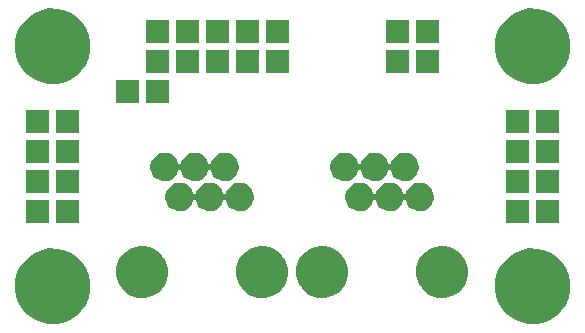
<source format=gbr>
G04 #@! TF.GenerationSoftware,KiCad,Pcbnew,no-vcs-found-7409~56~ubuntu16.04.1*
G04 #@! TF.CreationDate,2017-01-02T13:20:13+01:00*
G04 #@! TF.ProjectId,RJ12V01A,524A3132563031412E6B696361645F70,REV*
G04 #@! TF.FileFunction,Soldermask,Top*
G04 #@! TF.FilePolarity,Negative*
%FSLAX46Y46*%
G04 Gerber Fmt 4.6, Leading zero omitted, Abs format (unit mm)*
G04 Created by KiCad (PCBNEW no-vcs-found-7409~56~ubuntu16.04.1) date Mon Jan  2 13:20:13 2017*
%MOMM*%
%LPD*%
G01*
G04 APERTURE LIST*
%ADD10C,0.150000*%
G04 APERTURE END LIST*
D10*
G36*
X5416110Y8277872D02*
X6030848Y8151685D01*
X6609363Y7908500D01*
X7129631Y7557574D01*
X7571824Y7112283D01*
X7919105Y6589582D01*
X8158249Y6009378D01*
X8280004Y5394466D01*
X8280004Y5394449D01*
X8280137Y5393776D01*
X8270128Y4676993D01*
X8269977Y4676330D01*
X8269977Y4676306D01*
X8131099Y4065032D01*
X7875851Y3491739D01*
X7514107Y2978933D01*
X7059653Y2546162D01*
X6529787Y2209900D01*
X5944712Y1982964D01*
X5326688Y1873989D01*
X4699273Y1887132D01*
X4086359Y2021890D01*
X3511293Y2273129D01*
X2995980Y2631282D01*
X2560044Y3082706D01*
X2220093Y3610208D01*
X1989075Y4193693D01*
X1875790Y4810936D01*
X1884551Y5438424D01*
X2015027Y6052266D01*
X2262248Y6629075D01*
X2616795Y7146877D01*
X3065163Y7585952D01*
X3590276Y7929576D01*
X4172132Y8164661D01*
X4788571Y8282254D01*
X5416110Y8277872D01*
X5416110Y8277872D01*
G37*
G36*
X46056110Y8277872D02*
X46670848Y8151685D01*
X47249363Y7908500D01*
X47769631Y7557574D01*
X48211824Y7112283D01*
X48559105Y6589582D01*
X48798249Y6009378D01*
X48920004Y5394466D01*
X48920004Y5394449D01*
X48920137Y5393776D01*
X48910128Y4676993D01*
X48909977Y4676330D01*
X48909977Y4676306D01*
X48771099Y4065032D01*
X48515851Y3491739D01*
X48154107Y2978933D01*
X47699653Y2546162D01*
X47169787Y2209900D01*
X46584712Y1982964D01*
X45966688Y1873989D01*
X45339273Y1887132D01*
X44726359Y2021890D01*
X44151293Y2273129D01*
X43635980Y2631282D01*
X43200044Y3082706D01*
X42860093Y3610208D01*
X42629075Y4193693D01*
X42515790Y4810936D01*
X42524551Y5438424D01*
X42655027Y6052266D01*
X42902248Y6629075D01*
X43256795Y7146877D01*
X43705163Y7585952D01*
X44230276Y7929576D01*
X44812132Y8164661D01*
X45428571Y8282254D01*
X46056110Y8277872D01*
X46056110Y8277872D01*
G37*
G36*
X38280276Y8485038D02*
X38702909Y8398285D01*
X39100638Y8231095D01*
X39458323Y7989834D01*
X39762331Y7683696D01*
X40001086Y7324339D01*
X40165498Y6925448D01*
X40249162Y6502911D01*
X40249162Y6502889D01*
X40249294Y6502221D01*
X40242413Y6009433D01*
X40242262Y6008770D01*
X40242262Y6008746D01*
X40146833Y5588713D01*
X39971346Y5194563D01*
X39722652Y4842018D01*
X39410213Y4544485D01*
X39045928Y4313304D01*
X38643691Y4157286D01*
X38218798Y4082365D01*
X37787450Y4091402D01*
X37366071Y4184048D01*
X36970713Y4356775D01*
X36616435Y4603005D01*
X36316729Y4913359D01*
X36083012Y5276018D01*
X35924187Y5677164D01*
X35846303Y6101519D01*
X35852327Y6532916D01*
X35942029Y6954933D01*
X36111994Y7351491D01*
X36355745Y7707479D01*
X36663999Y8009344D01*
X37025013Y8245585D01*
X37425039Y8407206D01*
X37848842Y8488051D01*
X38280276Y8485038D01*
X38280276Y8485038D01*
G37*
G36*
X12880276Y8485038D02*
X13302909Y8398285D01*
X13700638Y8231095D01*
X14058323Y7989834D01*
X14362331Y7683696D01*
X14601086Y7324339D01*
X14765498Y6925448D01*
X14849162Y6502911D01*
X14849162Y6502889D01*
X14849294Y6502221D01*
X14842413Y6009433D01*
X14842262Y6008770D01*
X14842262Y6008746D01*
X14746833Y5588713D01*
X14571346Y5194563D01*
X14322652Y4842018D01*
X14010213Y4544485D01*
X13645928Y4313304D01*
X13243691Y4157286D01*
X12818798Y4082365D01*
X12387450Y4091402D01*
X11966071Y4184048D01*
X11570713Y4356775D01*
X11216435Y4603005D01*
X10916729Y4913359D01*
X10683012Y5276018D01*
X10524187Y5677164D01*
X10446303Y6101519D01*
X10452327Y6532916D01*
X10542029Y6954933D01*
X10711994Y7351491D01*
X10955745Y7707479D01*
X11263999Y8009344D01*
X11625013Y8245585D01*
X12025039Y8407206D01*
X12448842Y8488051D01*
X12880276Y8485038D01*
X12880276Y8485038D01*
G37*
G36*
X23040276Y8485038D02*
X23462909Y8398285D01*
X23860638Y8231095D01*
X24218323Y7989834D01*
X24522331Y7683696D01*
X24761086Y7324339D01*
X24925498Y6925448D01*
X25009162Y6502911D01*
X25009162Y6502889D01*
X25009294Y6502221D01*
X25002413Y6009433D01*
X25002262Y6008770D01*
X25002262Y6008746D01*
X24906833Y5588713D01*
X24731346Y5194563D01*
X24482652Y4842018D01*
X24170213Y4544485D01*
X23805928Y4313304D01*
X23403691Y4157286D01*
X22978798Y4082365D01*
X22547450Y4091402D01*
X22126071Y4184048D01*
X21730713Y4356775D01*
X21376435Y4603005D01*
X21076729Y4913359D01*
X20843012Y5276018D01*
X20684187Y5677164D01*
X20606303Y6101519D01*
X20612327Y6532916D01*
X20702029Y6954933D01*
X20871994Y7351491D01*
X21115745Y7707479D01*
X21423999Y8009344D01*
X21785013Y8245585D01*
X22185039Y8407206D01*
X22608842Y8488051D01*
X23040276Y8485038D01*
X23040276Y8485038D01*
G37*
G36*
X28120276Y8485038D02*
X28542909Y8398285D01*
X28940638Y8231095D01*
X29298323Y7989834D01*
X29602331Y7683696D01*
X29841086Y7324339D01*
X30005498Y6925448D01*
X30089162Y6502911D01*
X30089162Y6502889D01*
X30089294Y6502221D01*
X30082413Y6009433D01*
X30082262Y6008770D01*
X30082262Y6008746D01*
X29986833Y5588713D01*
X29811346Y5194563D01*
X29562652Y4842018D01*
X29250213Y4544485D01*
X28885928Y4313304D01*
X28483691Y4157286D01*
X28058798Y4082365D01*
X27627450Y4091402D01*
X27206071Y4184048D01*
X26810713Y4356775D01*
X26456435Y4603005D01*
X26156729Y4913359D01*
X25923012Y5276018D01*
X25764187Y5677164D01*
X25686303Y6101519D01*
X25692327Y6532916D01*
X25782029Y6954933D01*
X25951994Y7351491D01*
X26195745Y7707479D01*
X26503999Y8009344D01*
X26865013Y8245585D01*
X27265039Y8407206D01*
X27688842Y8488051D01*
X28120276Y8485038D01*
X28120276Y8485038D01*
G37*
G36*
X47952000Y10468000D02*
X46028000Y10468000D01*
X46028000Y12392000D01*
X47952000Y12392000D01*
X47952000Y10468000D01*
X47952000Y10468000D01*
G37*
G36*
X45412000Y10468000D02*
X43488000Y10468000D01*
X43488000Y12392000D01*
X45412000Y12392000D01*
X45412000Y10468000D01*
X45412000Y10468000D01*
G37*
G36*
X7312000Y10468000D02*
X5388000Y10468000D01*
X5388000Y12392000D01*
X7312000Y12392000D01*
X7312000Y10468000D01*
X7312000Y10468000D01*
G37*
G36*
X4772000Y10468000D02*
X2848000Y10468000D01*
X2848000Y12392000D01*
X4772000Y12392000D01*
X4772000Y10468000D01*
X4772000Y10468000D01*
G37*
G36*
X21025241Y13845704D02*
X21255770Y13798384D01*
X21472712Y13707190D01*
X21667815Y13575592D01*
X21833636Y13408609D01*
X21963866Y13212596D01*
X22053547Y12995014D01*
X22099119Y12764859D01*
X22099119Y12764834D01*
X22099251Y12764166D01*
X22095498Y12495372D01*
X22095347Y12494709D01*
X22095347Y12494685D01*
X22043364Y12265888D01*
X21947645Y12050897D01*
X21811994Y11858600D01*
X21641572Y11696309D01*
X21442869Y11570209D01*
X21223470Y11485109D01*
X20991707Y11444243D01*
X20756426Y11449172D01*
X20526585Y11499705D01*
X20310934Y11593921D01*
X20117691Y11728228D01*
X19954215Y11897513D01*
X19826733Y12095327D01*
X19740099Y12314137D01*
X19727155Y12384666D01*
X19721744Y12403508D01*
X19712760Y12420931D01*
X19700550Y12436268D01*
X19685582Y12448928D01*
X19668433Y12458424D01*
X19649760Y12464392D01*
X19630282Y12466603D01*
X19610746Y12464971D01*
X19591904Y12459560D01*
X19574481Y12450576D01*
X19559144Y12438366D01*
X19546484Y12423398D01*
X19536988Y12406249D01*
X19531283Y12388769D01*
X19503364Y12265888D01*
X19407645Y12050897D01*
X19271994Y11858600D01*
X19101572Y11696309D01*
X18902869Y11570209D01*
X18683470Y11485109D01*
X18451707Y11444243D01*
X18216426Y11449172D01*
X17986585Y11499705D01*
X17770934Y11593921D01*
X17577691Y11728228D01*
X17414215Y11897513D01*
X17286733Y12095327D01*
X17200099Y12314137D01*
X17187155Y12384666D01*
X17181744Y12403508D01*
X17172760Y12420931D01*
X17160550Y12436268D01*
X17145582Y12448928D01*
X17128433Y12458424D01*
X17109760Y12464392D01*
X17090282Y12466603D01*
X17070746Y12464971D01*
X17051904Y12459560D01*
X17034481Y12450576D01*
X17019144Y12438366D01*
X17006484Y12423398D01*
X16996988Y12406249D01*
X16991283Y12388769D01*
X16963364Y12265888D01*
X16867645Y12050897D01*
X16731994Y11858600D01*
X16561572Y11696309D01*
X16362869Y11570209D01*
X16143470Y11485109D01*
X15911707Y11444243D01*
X15676426Y11449172D01*
X15446585Y11499705D01*
X15230934Y11593921D01*
X15037691Y11728228D01*
X14874215Y11897513D01*
X14746733Y12095327D01*
X14660099Y12314137D01*
X14617618Y12545600D01*
X14620904Y12780908D01*
X14669833Y13011100D01*
X14762541Y13227406D01*
X14895496Y13421581D01*
X15063633Y13586232D01*
X15260554Y13715094D01*
X15478747Y13803250D01*
X15709914Y13847348D01*
X15945241Y13845704D01*
X16175770Y13798384D01*
X16392712Y13707190D01*
X16587815Y13575592D01*
X16753636Y13408609D01*
X16883866Y13212596D01*
X16973545Y12995017D01*
X16991229Y12905708D01*
X16996904Y12886944D01*
X17006129Y12869647D01*
X17018552Y12854482D01*
X17033695Y12842033D01*
X17050976Y12832777D01*
X17069730Y12827070D01*
X17089237Y12825131D01*
X17108748Y12827035D01*
X17127512Y12832710D01*
X17144809Y12841935D01*
X17159974Y12854358D01*
X17172423Y12869501D01*
X17181679Y12886782D01*
X17187140Y12904339D01*
X17209834Y13011101D01*
X17302541Y13227406D01*
X17435496Y13421581D01*
X17603633Y13586232D01*
X17800554Y13715094D01*
X18018747Y13803250D01*
X18249914Y13847348D01*
X18485241Y13845704D01*
X18715770Y13798384D01*
X18932712Y13707190D01*
X19127815Y13575592D01*
X19293636Y13408609D01*
X19423866Y13212596D01*
X19513545Y12995017D01*
X19531229Y12905708D01*
X19536904Y12886944D01*
X19546129Y12869647D01*
X19558552Y12854482D01*
X19573695Y12842033D01*
X19590976Y12832777D01*
X19609730Y12827070D01*
X19629237Y12825131D01*
X19648748Y12827035D01*
X19667512Y12832710D01*
X19684809Y12841935D01*
X19699974Y12854358D01*
X19712423Y12869501D01*
X19721679Y12886782D01*
X19727140Y12904339D01*
X19749834Y13011101D01*
X19842541Y13227406D01*
X19975496Y13421581D01*
X20143633Y13586232D01*
X20340554Y13715094D01*
X20558747Y13803250D01*
X20789914Y13847348D01*
X21025241Y13845704D01*
X21025241Y13845704D01*
G37*
G36*
X36265241Y13845704D02*
X36495770Y13798384D01*
X36712712Y13707190D01*
X36907815Y13575592D01*
X37073636Y13408609D01*
X37203866Y13212596D01*
X37293547Y12995014D01*
X37339119Y12764859D01*
X37339119Y12764834D01*
X37339251Y12764166D01*
X37335498Y12495372D01*
X37335347Y12494709D01*
X37335347Y12494685D01*
X37283364Y12265888D01*
X37187645Y12050897D01*
X37051994Y11858600D01*
X36881572Y11696309D01*
X36682869Y11570209D01*
X36463470Y11485109D01*
X36231707Y11444243D01*
X35996426Y11449172D01*
X35766585Y11499705D01*
X35550934Y11593921D01*
X35357691Y11728228D01*
X35194215Y11897513D01*
X35066733Y12095327D01*
X34980099Y12314137D01*
X34967155Y12384666D01*
X34961744Y12403508D01*
X34952760Y12420931D01*
X34940550Y12436268D01*
X34925582Y12448928D01*
X34908433Y12458424D01*
X34889760Y12464392D01*
X34870282Y12466603D01*
X34850746Y12464971D01*
X34831904Y12459560D01*
X34814481Y12450576D01*
X34799144Y12438366D01*
X34786484Y12423398D01*
X34776988Y12406249D01*
X34771283Y12388769D01*
X34743364Y12265888D01*
X34647645Y12050897D01*
X34511994Y11858600D01*
X34341572Y11696309D01*
X34142869Y11570209D01*
X33923470Y11485109D01*
X33691707Y11444243D01*
X33456426Y11449172D01*
X33226585Y11499705D01*
X33010934Y11593921D01*
X32817691Y11728228D01*
X32654215Y11897513D01*
X32526733Y12095327D01*
X32440099Y12314137D01*
X32427155Y12384666D01*
X32421744Y12403508D01*
X32412760Y12420931D01*
X32400550Y12436268D01*
X32385582Y12448928D01*
X32368433Y12458424D01*
X32349760Y12464392D01*
X32330282Y12466603D01*
X32310746Y12464971D01*
X32291904Y12459560D01*
X32274481Y12450576D01*
X32259144Y12438366D01*
X32246484Y12423398D01*
X32236988Y12406249D01*
X32231283Y12388769D01*
X32203364Y12265888D01*
X32107645Y12050897D01*
X31971994Y11858600D01*
X31801572Y11696309D01*
X31602869Y11570209D01*
X31383470Y11485109D01*
X31151707Y11444243D01*
X30916426Y11449172D01*
X30686585Y11499705D01*
X30470934Y11593921D01*
X30277691Y11728228D01*
X30114215Y11897513D01*
X29986733Y12095327D01*
X29900099Y12314137D01*
X29857618Y12545600D01*
X29860904Y12780908D01*
X29909833Y13011100D01*
X30002541Y13227406D01*
X30135496Y13421581D01*
X30303633Y13586232D01*
X30500554Y13715094D01*
X30718747Y13803250D01*
X30949914Y13847348D01*
X31185241Y13845704D01*
X31415770Y13798384D01*
X31632712Y13707190D01*
X31827815Y13575592D01*
X31993636Y13408609D01*
X32123866Y13212596D01*
X32213545Y12995017D01*
X32231229Y12905708D01*
X32236904Y12886944D01*
X32246129Y12869647D01*
X32258552Y12854482D01*
X32273695Y12842033D01*
X32290976Y12832777D01*
X32309730Y12827070D01*
X32329237Y12825131D01*
X32348748Y12827035D01*
X32367512Y12832710D01*
X32384809Y12841935D01*
X32399974Y12854358D01*
X32412423Y12869501D01*
X32421679Y12886782D01*
X32427140Y12904339D01*
X32449834Y13011101D01*
X32542541Y13227406D01*
X32675496Y13421581D01*
X32843633Y13586232D01*
X33040554Y13715094D01*
X33258747Y13803250D01*
X33489914Y13847348D01*
X33725241Y13845704D01*
X33955770Y13798384D01*
X34172712Y13707190D01*
X34367815Y13575592D01*
X34533636Y13408609D01*
X34663866Y13212596D01*
X34753545Y12995017D01*
X34771229Y12905708D01*
X34776904Y12886944D01*
X34786129Y12869647D01*
X34798552Y12854482D01*
X34813695Y12842033D01*
X34830976Y12832777D01*
X34849730Y12827070D01*
X34869237Y12825131D01*
X34888748Y12827035D01*
X34907512Y12832710D01*
X34924809Y12841935D01*
X34939974Y12854358D01*
X34952423Y12869501D01*
X34961679Y12886782D01*
X34967140Y12904339D01*
X34989834Y13011101D01*
X35082541Y13227406D01*
X35215496Y13421581D01*
X35383633Y13586232D01*
X35580554Y13715094D01*
X35798747Y13803250D01*
X36029914Y13847348D01*
X36265241Y13845704D01*
X36265241Y13845704D01*
G37*
G36*
X45412000Y13008000D02*
X43488000Y13008000D01*
X43488000Y14932000D01*
X45412000Y14932000D01*
X45412000Y13008000D01*
X45412000Y13008000D01*
G37*
G36*
X47952000Y13008000D02*
X46028000Y13008000D01*
X46028000Y14932000D01*
X47952000Y14932000D01*
X47952000Y13008000D01*
X47952000Y13008000D01*
G37*
G36*
X7312000Y13008000D02*
X5388000Y13008000D01*
X5388000Y14932000D01*
X7312000Y14932000D01*
X7312000Y13008000D01*
X7312000Y13008000D01*
G37*
G36*
X4772000Y13008000D02*
X2848000Y13008000D01*
X2848000Y14932000D01*
X4772000Y14932000D01*
X4772000Y13008000D01*
X4772000Y13008000D01*
G37*
G36*
X19755241Y16385704D02*
X19985770Y16338384D01*
X20202712Y16247190D01*
X20397815Y16115592D01*
X20563636Y15948609D01*
X20693866Y15752596D01*
X20783547Y15535014D01*
X20829119Y15304859D01*
X20829119Y15304834D01*
X20829251Y15304166D01*
X20825498Y15035372D01*
X20825347Y15034709D01*
X20825347Y15034685D01*
X20773364Y14805888D01*
X20677645Y14590897D01*
X20541994Y14398600D01*
X20371572Y14236309D01*
X20172869Y14110209D01*
X19953470Y14025109D01*
X19721707Y13984243D01*
X19486426Y13989172D01*
X19256585Y14039705D01*
X19040934Y14133921D01*
X18847691Y14268228D01*
X18684215Y14437513D01*
X18556733Y14635327D01*
X18470099Y14854137D01*
X18457155Y14924666D01*
X18451744Y14943508D01*
X18442760Y14960931D01*
X18430550Y14976268D01*
X18415582Y14988928D01*
X18398433Y14998424D01*
X18379760Y15004392D01*
X18360282Y15006603D01*
X18340746Y15004971D01*
X18321904Y14999560D01*
X18304481Y14990576D01*
X18289144Y14978366D01*
X18276484Y14963398D01*
X18266988Y14946249D01*
X18261283Y14928769D01*
X18233364Y14805888D01*
X18137645Y14590897D01*
X18001994Y14398600D01*
X17831572Y14236309D01*
X17632869Y14110209D01*
X17413470Y14025109D01*
X17181707Y13984243D01*
X16946426Y13989172D01*
X16716585Y14039705D01*
X16500934Y14133921D01*
X16307691Y14268228D01*
X16144215Y14437513D01*
X16016733Y14635327D01*
X15930099Y14854137D01*
X15917155Y14924666D01*
X15911744Y14943508D01*
X15902760Y14960931D01*
X15890550Y14976268D01*
X15875582Y14988928D01*
X15858433Y14998424D01*
X15839760Y15004392D01*
X15820282Y15006603D01*
X15800746Y15004971D01*
X15781904Y14999560D01*
X15764481Y14990576D01*
X15749144Y14978366D01*
X15736484Y14963398D01*
X15726988Y14946249D01*
X15721283Y14928769D01*
X15693364Y14805888D01*
X15597645Y14590897D01*
X15461994Y14398600D01*
X15291572Y14236309D01*
X15092869Y14110209D01*
X14873470Y14025109D01*
X14641707Y13984243D01*
X14406426Y13989172D01*
X14176585Y14039705D01*
X13960934Y14133921D01*
X13767691Y14268228D01*
X13604215Y14437513D01*
X13476733Y14635327D01*
X13390099Y14854137D01*
X13347618Y15085600D01*
X13350904Y15320908D01*
X13399833Y15551100D01*
X13492541Y15767406D01*
X13625496Y15961581D01*
X13793633Y16126232D01*
X13990554Y16255094D01*
X14208747Y16343250D01*
X14439914Y16387348D01*
X14675241Y16385704D01*
X14905770Y16338384D01*
X15122712Y16247190D01*
X15317815Y16115592D01*
X15483636Y15948609D01*
X15613866Y15752596D01*
X15703545Y15535017D01*
X15721229Y15445708D01*
X15726904Y15426944D01*
X15736129Y15409647D01*
X15748552Y15394482D01*
X15763695Y15382033D01*
X15780976Y15372777D01*
X15799730Y15367070D01*
X15819237Y15365131D01*
X15838748Y15367035D01*
X15857512Y15372710D01*
X15874809Y15381935D01*
X15889974Y15394358D01*
X15902423Y15409501D01*
X15911679Y15426782D01*
X15917140Y15444339D01*
X15939834Y15551101D01*
X16032541Y15767406D01*
X16165496Y15961581D01*
X16333633Y16126232D01*
X16530554Y16255094D01*
X16748747Y16343250D01*
X16979914Y16387348D01*
X17215241Y16385704D01*
X17445770Y16338384D01*
X17662712Y16247190D01*
X17857815Y16115592D01*
X18023636Y15948609D01*
X18153866Y15752596D01*
X18243545Y15535017D01*
X18261229Y15445708D01*
X18266904Y15426944D01*
X18276129Y15409647D01*
X18288552Y15394482D01*
X18303695Y15382033D01*
X18320976Y15372777D01*
X18339730Y15367070D01*
X18359237Y15365131D01*
X18378748Y15367035D01*
X18397512Y15372710D01*
X18414809Y15381935D01*
X18429974Y15394358D01*
X18442423Y15409501D01*
X18451679Y15426782D01*
X18457140Y15444339D01*
X18479834Y15551101D01*
X18572541Y15767406D01*
X18705496Y15961581D01*
X18873633Y16126232D01*
X19070554Y16255094D01*
X19288747Y16343250D01*
X19519914Y16387348D01*
X19755241Y16385704D01*
X19755241Y16385704D01*
G37*
G36*
X34995241Y16385704D02*
X35225770Y16338384D01*
X35442712Y16247190D01*
X35637815Y16115592D01*
X35803636Y15948609D01*
X35933866Y15752596D01*
X36023547Y15535014D01*
X36069119Y15304859D01*
X36069119Y15304834D01*
X36069251Y15304166D01*
X36065498Y15035372D01*
X36065347Y15034709D01*
X36065347Y15034685D01*
X36013364Y14805888D01*
X35917645Y14590897D01*
X35781994Y14398600D01*
X35611572Y14236309D01*
X35412869Y14110209D01*
X35193470Y14025109D01*
X34961707Y13984243D01*
X34726426Y13989172D01*
X34496585Y14039705D01*
X34280934Y14133921D01*
X34087691Y14268228D01*
X33924215Y14437513D01*
X33796733Y14635327D01*
X33710099Y14854137D01*
X33697155Y14924666D01*
X33691744Y14943508D01*
X33682760Y14960931D01*
X33670550Y14976268D01*
X33655582Y14988928D01*
X33638433Y14998424D01*
X33619760Y15004392D01*
X33600282Y15006603D01*
X33580746Y15004971D01*
X33561904Y14999560D01*
X33544481Y14990576D01*
X33529144Y14978366D01*
X33516484Y14963398D01*
X33506988Y14946249D01*
X33501283Y14928769D01*
X33473364Y14805888D01*
X33377645Y14590897D01*
X33241994Y14398600D01*
X33071572Y14236309D01*
X32872869Y14110209D01*
X32653470Y14025109D01*
X32421707Y13984243D01*
X32186426Y13989172D01*
X31956585Y14039705D01*
X31740934Y14133921D01*
X31547691Y14268228D01*
X31384215Y14437513D01*
X31256733Y14635327D01*
X31170099Y14854137D01*
X31157155Y14924666D01*
X31151744Y14943508D01*
X31142760Y14960931D01*
X31130550Y14976268D01*
X31115582Y14988928D01*
X31098433Y14998424D01*
X31079760Y15004392D01*
X31060282Y15006603D01*
X31040746Y15004971D01*
X31021904Y14999560D01*
X31004481Y14990576D01*
X30989144Y14978366D01*
X30976484Y14963398D01*
X30966988Y14946249D01*
X30961283Y14928769D01*
X30933364Y14805888D01*
X30837645Y14590897D01*
X30701994Y14398600D01*
X30531572Y14236309D01*
X30332869Y14110209D01*
X30113470Y14025109D01*
X29881707Y13984243D01*
X29646426Y13989172D01*
X29416585Y14039705D01*
X29200934Y14133921D01*
X29007691Y14268228D01*
X28844215Y14437513D01*
X28716733Y14635327D01*
X28630099Y14854137D01*
X28587618Y15085600D01*
X28590904Y15320908D01*
X28639833Y15551100D01*
X28732541Y15767406D01*
X28865496Y15961581D01*
X29033633Y16126232D01*
X29230554Y16255094D01*
X29448747Y16343250D01*
X29679914Y16387348D01*
X29915241Y16385704D01*
X30145770Y16338384D01*
X30362712Y16247190D01*
X30557815Y16115592D01*
X30723636Y15948609D01*
X30853866Y15752596D01*
X30943545Y15535017D01*
X30961229Y15445708D01*
X30966904Y15426944D01*
X30976129Y15409647D01*
X30988552Y15394482D01*
X31003695Y15382033D01*
X31020976Y15372777D01*
X31039730Y15367070D01*
X31059237Y15365131D01*
X31078748Y15367035D01*
X31097512Y15372710D01*
X31114809Y15381935D01*
X31129974Y15394358D01*
X31142423Y15409501D01*
X31151679Y15426782D01*
X31157140Y15444339D01*
X31179834Y15551101D01*
X31272541Y15767406D01*
X31405496Y15961581D01*
X31573633Y16126232D01*
X31770554Y16255094D01*
X31988747Y16343250D01*
X32219914Y16387348D01*
X32455241Y16385704D01*
X32685770Y16338384D01*
X32902712Y16247190D01*
X33097815Y16115592D01*
X33263636Y15948609D01*
X33393866Y15752596D01*
X33483545Y15535017D01*
X33501229Y15445708D01*
X33506904Y15426944D01*
X33516129Y15409647D01*
X33528552Y15394482D01*
X33543695Y15382033D01*
X33560976Y15372777D01*
X33579730Y15367070D01*
X33599237Y15365131D01*
X33618748Y15367035D01*
X33637512Y15372710D01*
X33654809Y15381935D01*
X33669974Y15394358D01*
X33682423Y15409501D01*
X33691679Y15426782D01*
X33697140Y15444339D01*
X33719834Y15551101D01*
X33812541Y15767406D01*
X33945496Y15961581D01*
X34113633Y16126232D01*
X34310554Y16255094D01*
X34528747Y16343250D01*
X34759914Y16387348D01*
X34995241Y16385704D01*
X34995241Y16385704D01*
G37*
G36*
X45412000Y15548000D02*
X43488000Y15548000D01*
X43488000Y17472000D01*
X45412000Y17472000D01*
X45412000Y15548000D01*
X45412000Y15548000D01*
G37*
G36*
X47952000Y15548000D02*
X46028000Y15548000D01*
X46028000Y17472000D01*
X47952000Y17472000D01*
X47952000Y15548000D01*
X47952000Y15548000D01*
G37*
G36*
X7312000Y15548000D02*
X5388000Y15548000D01*
X5388000Y17472000D01*
X7312000Y17472000D01*
X7312000Y15548000D01*
X7312000Y15548000D01*
G37*
G36*
X4772000Y15548000D02*
X2848000Y15548000D01*
X2848000Y17472000D01*
X4772000Y17472000D01*
X4772000Y15548000D01*
X4772000Y15548000D01*
G37*
G36*
X7312000Y18088000D02*
X5388000Y18088000D01*
X5388000Y20012000D01*
X7312000Y20012000D01*
X7312000Y18088000D01*
X7312000Y18088000D01*
G37*
G36*
X4772000Y18088000D02*
X2848000Y18088000D01*
X2848000Y20012000D01*
X4772000Y20012000D01*
X4772000Y18088000D01*
X4772000Y18088000D01*
G37*
G36*
X45412000Y18088000D02*
X43488000Y18088000D01*
X43488000Y20012000D01*
X45412000Y20012000D01*
X45412000Y18088000D01*
X45412000Y18088000D01*
G37*
G36*
X47952000Y18088000D02*
X46028000Y18088000D01*
X46028000Y20012000D01*
X47952000Y20012000D01*
X47952000Y18088000D01*
X47952000Y18088000D01*
G37*
G36*
X14932000Y20628000D02*
X13008000Y20628000D01*
X13008000Y22552000D01*
X14932000Y22552000D01*
X14932000Y20628000D01*
X14932000Y20628000D01*
G37*
G36*
X12392000Y20628000D02*
X10468000Y20628000D01*
X10468000Y22552000D01*
X12392000Y22552000D01*
X12392000Y20628000D01*
X12392000Y20628000D01*
G37*
G36*
X5416110Y28597872D02*
X6030848Y28471685D01*
X6609363Y28228500D01*
X7129631Y27877574D01*
X7571824Y27432283D01*
X7919105Y26909582D01*
X8158249Y26329378D01*
X8280004Y25714466D01*
X8280004Y25714449D01*
X8280137Y25713776D01*
X8270128Y24996993D01*
X8269977Y24996330D01*
X8269977Y24996306D01*
X8131099Y24385032D01*
X7875851Y23811739D01*
X7514107Y23298933D01*
X7059653Y22866162D01*
X6529787Y22529900D01*
X5944712Y22302964D01*
X5326688Y22193989D01*
X4699273Y22207132D01*
X4086359Y22341890D01*
X3511293Y22593129D01*
X2995980Y22951282D01*
X2560044Y23402706D01*
X2220093Y23930208D01*
X1989075Y24513693D01*
X1875790Y25130936D01*
X1884551Y25758424D01*
X2015027Y26372266D01*
X2262248Y26949075D01*
X2616795Y27466877D01*
X3065163Y27905952D01*
X3590276Y28249576D01*
X4172132Y28484661D01*
X4788571Y28602254D01*
X5416110Y28597872D01*
X5416110Y28597872D01*
G37*
G36*
X46056110Y28597872D02*
X46670848Y28471685D01*
X47249363Y28228500D01*
X47769631Y27877574D01*
X48211824Y27432283D01*
X48559105Y26909582D01*
X48798249Y26329378D01*
X48920004Y25714466D01*
X48920004Y25714449D01*
X48920137Y25713776D01*
X48910128Y24996993D01*
X48909977Y24996330D01*
X48909977Y24996306D01*
X48771099Y24385032D01*
X48515851Y23811739D01*
X48154107Y23298933D01*
X47699653Y22866162D01*
X47169787Y22529900D01*
X46584712Y22302964D01*
X45966688Y22193989D01*
X45339273Y22207132D01*
X44726359Y22341890D01*
X44151293Y22593129D01*
X43635980Y22951282D01*
X43200044Y23402706D01*
X42860093Y23930208D01*
X42629075Y24513693D01*
X42515790Y25130936D01*
X42524551Y25758424D01*
X42655027Y26372266D01*
X42902248Y26949075D01*
X43256795Y27466877D01*
X43705163Y27905952D01*
X44230276Y28249576D01*
X44812132Y28484661D01*
X45428571Y28602254D01*
X46056110Y28597872D01*
X46056110Y28597872D01*
G37*
G36*
X35252000Y23168000D02*
X33328000Y23168000D01*
X33328000Y25092000D01*
X35252000Y25092000D01*
X35252000Y23168000D01*
X35252000Y23168000D01*
G37*
G36*
X37792000Y23168000D02*
X35868000Y23168000D01*
X35868000Y25092000D01*
X37792000Y25092000D01*
X37792000Y23168000D01*
X37792000Y23168000D01*
G37*
G36*
X25092000Y23168000D02*
X23168000Y23168000D01*
X23168000Y25092000D01*
X25092000Y25092000D01*
X25092000Y23168000D01*
X25092000Y23168000D01*
G37*
G36*
X22552000Y23168000D02*
X20628000Y23168000D01*
X20628000Y25092000D01*
X22552000Y25092000D01*
X22552000Y23168000D01*
X22552000Y23168000D01*
G37*
G36*
X20012000Y23168000D02*
X18088000Y23168000D01*
X18088000Y25092000D01*
X20012000Y25092000D01*
X20012000Y23168000D01*
X20012000Y23168000D01*
G37*
G36*
X14932000Y23168000D02*
X13008000Y23168000D01*
X13008000Y25092000D01*
X14932000Y25092000D01*
X14932000Y23168000D01*
X14932000Y23168000D01*
G37*
G36*
X17472000Y23168000D02*
X15548000Y23168000D01*
X15548000Y25092000D01*
X17472000Y25092000D01*
X17472000Y23168000D01*
X17472000Y23168000D01*
G37*
G36*
X20012000Y25708000D02*
X18088000Y25708000D01*
X18088000Y27632000D01*
X20012000Y27632000D01*
X20012000Y25708000D01*
X20012000Y25708000D01*
G37*
G36*
X37792000Y25708000D02*
X35868000Y25708000D01*
X35868000Y27632000D01*
X37792000Y27632000D01*
X37792000Y25708000D01*
X37792000Y25708000D01*
G37*
G36*
X35252000Y25708000D02*
X33328000Y25708000D01*
X33328000Y27632000D01*
X35252000Y27632000D01*
X35252000Y25708000D01*
X35252000Y25708000D01*
G37*
G36*
X25092000Y25708000D02*
X23168000Y25708000D01*
X23168000Y27632000D01*
X25092000Y27632000D01*
X25092000Y25708000D01*
X25092000Y25708000D01*
G37*
G36*
X22552000Y25708000D02*
X20628000Y25708000D01*
X20628000Y27632000D01*
X22552000Y27632000D01*
X22552000Y25708000D01*
X22552000Y25708000D01*
G37*
G36*
X17472000Y25708000D02*
X15548000Y25708000D01*
X15548000Y27632000D01*
X17472000Y27632000D01*
X17472000Y25708000D01*
X17472000Y25708000D01*
G37*
G36*
X14932000Y25708000D02*
X13008000Y25708000D01*
X13008000Y27632000D01*
X14932000Y27632000D01*
X14932000Y25708000D01*
X14932000Y25708000D01*
G37*
M02*

</source>
